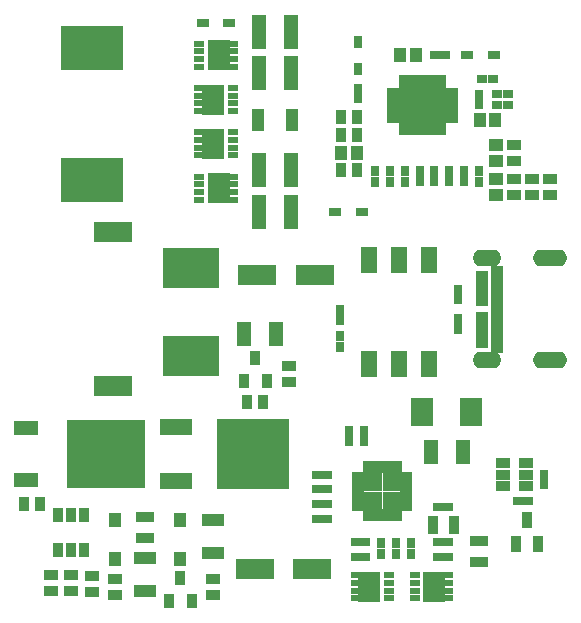
<source format=gts>
G04 #@! TF.FileFunction,Soldermask,Top*
%FSLAX46Y46*%
G04 Gerber Fmt 4.6, Leading zero omitted, Abs format (unit mm)*
G04 Created by KiCad (PCBNEW (2016-11-21 revision f7cc0a9)-makepkg) date 06/05/17 10:20:09*
%MOMM*%
%LPD*%
G01*
G04 APERTURE LIST*
%ADD10C,0.100000*%
%ADD11R,1.260000X2.920000*%
%ADD12R,3.850000X2.850000*%
%ADD13R,1.160000X0.600000*%
%ADD14R,0.600000X1.160000*%
%ADD15R,1.500000X1.500000*%
%ADD16R,0.550000X1.040000*%
%ADD17R,1.040000X0.550000*%
%ADD18R,3.300000X1.800000*%
%ADD19R,4.800000X3.500000*%
%ADD20R,6.180000X5.890000*%
%ADD21R,2.830000X1.480000*%
%ADD22R,6.660000X5.760000*%
%ADD23R,2.030000X1.260000*%
%ADD24R,1.400000X2.300000*%
%ADD25R,1.000000X1.300000*%
%ADD26R,1.000000X0.600000*%
%ADD27O,2.900000X1.400000*%
%ADD28O,2.400000X1.400000*%
%ADD29R,1.940000X2.650000*%
%ADD30R,0.880000X0.550000*%
%ADD31R,5.300000X3.830000*%
%ADD32R,0.920000X1.220000*%
%ADD33R,0.800000X0.890000*%
%ADD34R,1.060000X0.760000*%
%ADD35R,0.760000X1.060000*%
%ADD36R,0.870000X1.180000*%
%ADD37R,1.930000X2.430000*%
%ADD38R,1.020000X1.200000*%
%ADD39R,1.620000X0.970000*%
%ADD40R,0.970000X1.620000*%
%ADD41R,1.120000X1.970000*%
%ADD42R,1.970000X1.120000*%
%ADD43R,0.950000X1.180000*%
%ADD44R,1.180000X0.950000*%
%ADD45R,0.810000X0.800000*%
%ADD46R,0.800000X0.810000*%
%ADD47R,1.260000X2.020000*%
%ADD48R,1.020000X1.170000*%
%ADD49R,1.170000X1.020000*%
%ADD50R,0.890000X0.800000*%
%ADD51R,3.270000X1.680000*%
%ADD52R,1.180000X0.870000*%
%ADD53R,0.910000X1.480000*%
G04 APERTURE END LIST*
D10*
D11*
X124625000Y-69250000D03*
X121875000Y-69250000D03*
X124625000Y-65750000D03*
X121875000Y-65750000D03*
X124625000Y-54000000D03*
X121875000Y-54000000D03*
X124625000Y-57500000D03*
X121875000Y-57500000D03*
D12*
X135750000Y-60250000D03*
D13*
X133305000Y-61500000D03*
X133305000Y-61000000D03*
X133305000Y-60500000D03*
X133305000Y-60000000D03*
X133305000Y-59500000D03*
X133305000Y-59000000D03*
D14*
X134000000Y-58305000D03*
X134500000Y-58305000D03*
X135000000Y-58305000D03*
X135500000Y-58305000D03*
X136000000Y-58305000D03*
X136500000Y-58305000D03*
X137000000Y-58305000D03*
X137500000Y-58305000D03*
D13*
X138195000Y-59000000D03*
X138195000Y-59500000D03*
X138195000Y-60000000D03*
X138195000Y-60500000D03*
X138195000Y-61000000D03*
X138195000Y-61500000D03*
D14*
X137500000Y-62195000D03*
X137000000Y-62195000D03*
X136500000Y-62195000D03*
X136000000Y-62195000D03*
X135500000Y-62195000D03*
X135000000Y-62195000D03*
X134500000Y-62195000D03*
X134000000Y-62195000D03*
D15*
X131535185Y-93711523D03*
X133135185Y-93711523D03*
X131535185Y-92111523D03*
X133135185Y-92111523D03*
D16*
X133735185Y-94921523D03*
X133335185Y-94921523D03*
X132935185Y-94921523D03*
X132535185Y-94921523D03*
X132135185Y-94921523D03*
X131735185Y-94921523D03*
X131335185Y-94921523D03*
X130935185Y-94921523D03*
D17*
X130325185Y-94311523D03*
X130325185Y-93911523D03*
X130325185Y-93511523D03*
X130325185Y-93111523D03*
X130325185Y-92711523D03*
X130325185Y-92311523D03*
X130325185Y-91911523D03*
X130325185Y-91511523D03*
D16*
X130935185Y-90901523D03*
X131335185Y-90901523D03*
X131735185Y-90901523D03*
X132135185Y-90901523D03*
X132535185Y-90901523D03*
X132935185Y-90901523D03*
X133335185Y-90901523D03*
X133735185Y-90901523D03*
D17*
X134345185Y-91511523D03*
X134345185Y-91911523D03*
X134345185Y-92311523D03*
X134345185Y-92711523D03*
X134345185Y-93111523D03*
X134345185Y-93511523D03*
X134345185Y-93911523D03*
X134345185Y-94311523D03*
D18*
X109500000Y-71000000D03*
D19*
X116150000Y-74000000D03*
D18*
X109500000Y-84000000D03*
D19*
X116150000Y-81500000D03*
D20*
X121420000Y-89750000D03*
D21*
X114910000Y-92040000D03*
X114910000Y-87460000D03*
D22*
X108920000Y-89750000D03*
D23*
X102160000Y-91950000D03*
X102160000Y-87550000D03*
D24*
X136330000Y-82150000D03*
X136330000Y-73350000D03*
X133790000Y-73350000D03*
X133790000Y-82150000D03*
X131250000Y-82150000D03*
X131250000Y-73350000D03*
D25*
X142090000Y-74400000D03*
D26*
X142090000Y-75250000D03*
X142090000Y-75750000D03*
X142090000Y-76250000D03*
X142090000Y-76750000D03*
X142090000Y-77250000D03*
X142090000Y-77750000D03*
X142090000Y-78250000D03*
X142090000Y-78750000D03*
X142090000Y-79250000D03*
X142090000Y-79750000D03*
D25*
X142090000Y-80600000D03*
D26*
X140790000Y-77000000D03*
X140790000Y-76500000D03*
X140790000Y-74500000D03*
X140790000Y-76000000D03*
X140790000Y-75000000D03*
X140790000Y-75500000D03*
X140790000Y-78000000D03*
X140790000Y-78500000D03*
X140790000Y-79000000D03*
X140790000Y-79500000D03*
X140790000Y-80000000D03*
X140790000Y-80500000D03*
D27*
X146560000Y-73180000D03*
X146560000Y-81820000D03*
D28*
X141200000Y-73180000D03*
X141200000Y-81820000D03*
D29*
X118500000Y-67250000D03*
D30*
X119660000Y-66275000D03*
X119660000Y-66925000D03*
X119660000Y-67575000D03*
X119660000Y-68225000D03*
X116840000Y-68225000D03*
X116840000Y-67575000D03*
X116840000Y-66925000D03*
X116840000Y-66275000D03*
D29*
X118000000Y-63500000D03*
D30*
X116840000Y-64475000D03*
X116840000Y-63825000D03*
X116840000Y-63175000D03*
X116840000Y-62525000D03*
X119660000Y-62525000D03*
X119660000Y-63175000D03*
X119660000Y-63825000D03*
X119660000Y-64475000D03*
D29*
X118500000Y-56000000D03*
D30*
X119660000Y-55025000D03*
X119660000Y-55675000D03*
X119660000Y-56325000D03*
X119660000Y-56975000D03*
X116840000Y-56975000D03*
X116840000Y-56325000D03*
X116840000Y-55675000D03*
X116840000Y-55025000D03*
D29*
X131250000Y-101000000D03*
D30*
X130090000Y-101975000D03*
X130090000Y-101325000D03*
X130090000Y-100675000D03*
X130090000Y-100025000D03*
X132910000Y-100025000D03*
X132910000Y-100675000D03*
X132910000Y-101325000D03*
X132910000Y-101975000D03*
D29*
X136750000Y-101000000D03*
D30*
X137910000Y-100025000D03*
X137910000Y-100675000D03*
X137910000Y-101325000D03*
X137910000Y-101975000D03*
X135090000Y-101975000D03*
X135090000Y-101325000D03*
X135090000Y-100675000D03*
X135090000Y-100025000D03*
D29*
X118000000Y-59750000D03*
D30*
X116840000Y-60725000D03*
X116840000Y-60075000D03*
X116840000Y-59425000D03*
X116840000Y-58775000D03*
X119660000Y-58775000D03*
X119660000Y-59425000D03*
X119660000Y-60075000D03*
X119660000Y-60725000D03*
D31*
X107750000Y-66585000D03*
X107750000Y-55415000D03*
D32*
X104900000Y-94910000D03*
X106000000Y-94910000D03*
X107100000Y-94910000D03*
X107100000Y-97890000D03*
X106000000Y-97890000D03*
X104900000Y-97890000D03*
D33*
X138750000Y-75845000D03*
X138750000Y-76655000D03*
D34*
X117120000Y-53250000D03*
X119380000Y-53250000D03*
X130630000Y-69250000D03*
X128370000Y-69250000D03*
D35*
X130250000Y-54870000D03*
X130250000Y-57130000D03*
D34*
X141760000Y-56000000D03*
X139500000Y-56000000D03*
D36*
X120650000Y-83575000D03*
X122550000Y-83575000D03*
X121600000Y-81625000D03*
X115250000Y-100275000D03*
X116200000Y-102225000D03*
X114300000Y-102225000D03*
D37*
X135710000Y-86200000D03*
X139890000Y-86200000D03*
D38*
X109750000Y-98680000D03*
X109750000Y-95320000D03*
X115250000Y-98680000D03*
X115250000Y-95320000D03*
D39*
X140500000Y-98880000D03*
X140500000Y-97120000D03*
D40*
X136620000Y-95750000D03*
X138380000Y-95750000D03*
D39*
X112250000Y-96880000D03*
X112250000Y-95120000D03*
D41*
X121845000Y-61500000D03*
X124655000Y-61500000D03*
D42*
X112250000Y-101405000D03*
X112250000Y-98595000D03*
X118000000Y-98155000D03*
X118000000Y-95345000D03*
D43*
X130175000Y-62750000D03*
X128825000Y-62750000D03*
X128825000Y-61250000D03*
X130175000Y-61250000D03*
X130175000Y-65750000D03*
X128825000Y-65750000D03*
D44*
X143500000Y-64925000D03*
X143500000Y-63575000D03*
X143500000Y-67850000D03*
X143500000Y-66500000D03*
X145000000Y-67850000D03*
X145000000Y-66500000D03*
X146500000Y-67850000D03*
X146500000Y-66500000D03*
D43*
X102000000Y-94000000D03*
X103350000Y-94000000D03*
D44*
X109750000Y-101675000D03*
X109750000Y-100325000D03*
X118000000Y-101675000D03*
X118000000Y-100325000D03*
X124400000Y-82325000D03*
X124400000Y-83675000D03*
D43*
X122275000Y-85400000D03*
X120925000Y-85400000D03*
D45*
X127695000Y-94000000D03*
X126805000Y-94000000D03*
X127695000Y-92750000D03*
X126805000Y-92750000D03*
D46*
X130750000Y-87805000D03*
X130750000Y-88695000D03*
X133500000Y-97305000D03*
X133500000Y-98195000D03*
X132250000Y-98195000D03*
X132250000Y-97305000D03*
X134750000Y-97305000D03*
X134750000Y-98195000D03*
D45*
X141695000Y-58000000D03*
X140805000Y-58000000D03*
X142055000Y-59250000D03*
X142945000Y-59250000D03*
X142055000Y-60250000D03*
X142945000Y-60250000D03*
X137055000Y-98500000D03*
X137945000Y-98500000D03*
D46*
X131750000Y-66695000D03*
X131750000Y-65805000D03*
X133000000Y-66695000D03*
X133000000Y-65805000D03*
X134250000Y-66695000D03*
X134250000Y-65805000D03*
X140500000Y-65805000D03*
X140500000Y-66695000D03*
D45*
X143805000Y-93750000D03*
X144695000Y-93750000D03*
D47*
X123375000Y-79600000D03*
X120625000Y-79600000D03*
D48*
X141925000Y-61500000D03*
X140575000Y-61500000D03*
X135175000Y-56000000D03*
X133825000Y-56000000D03*
X130175000Y-64250000D03*
X128825000Y-64250000D03*
D49*
X142000000Y-64925000D03*
X142000000Y-63575000D03*
X142000000Y-67830000D03*
X142000000Y-66480000D03*
D33*
X140500000Y-60155000D03*
X140500000Y-59345000D03*
D50*
X126845000Y-95250000D03*
X127655000Y-95250000D03*
X137095000Y-94250000D03*
X137905000Y-94250000D03*
X130095000Y-97250000D03*
X130905000Y-97250000D03*
X130095000Y-98500000D03*
X130905000Y-98500000D03*
D33*
X135500000Y-66655000D03*
X135500000Y-65845000D03*
X136750000Y-66655000D03*
X136750000Y-65845000D03*
X130250000Y-59655000D03*
X130250000Y-58845000D03*
D50*
X137655000Y-56000000D03*
X136845000Y-56000000D03*
D33*
X146000000Y-92310000D03*
X146000000Y-91500000D03*
X139250000Y-65845000D03*
X139250000Y-66655000D03*
X138000000Y-66655000D03*
X138000000Y-65845000D03*
X129500000Y-87845000D03*
X129500000Y-88655000D03*
X138750000Y-79155000D03*
X138750000Y-78345000D03*
D50*
X137905000Y-97250000D03*
X137095000Y-97250000D03*
D51*
X126630000Y-74600000D03*
X121770000Y-74600000D03*
X121570000Y-99500000D03*
X126430000Y-99500000D03*
D52*
X142525000Y-90550000D03*
X142525000Y-91500000D03*
X142525000Y-92450000D03*
X144475000Y-92450000D03*
X144475000Y-91500000D03*
X144475000Y-90550000D03*
D46*
X128750000Y-80695000D03*
X128750000Y-79805000D03*
D50*
X127655000Y-91500000D03*
X126845000Y-91500000D03*
D46*
X128750000Y-77555000D03*
X128750000Y-78445000D03*
D47*
X139175000Y-89600000D03*
X136425000Y-89600000D03*
D53*
X143650000Y-97425000D03*
X145550000Y-97425000D03*
X144600000Y-95375000D03*
D44*
X104250000Y-101375000D03*
X104250000Y-100025000D03*
X107750000Y-100075000D03*
X107750000Y-101425000D03*
X106000000Y-100025000D03*
X106000000Y-101375000D03*
M02*

</source>
